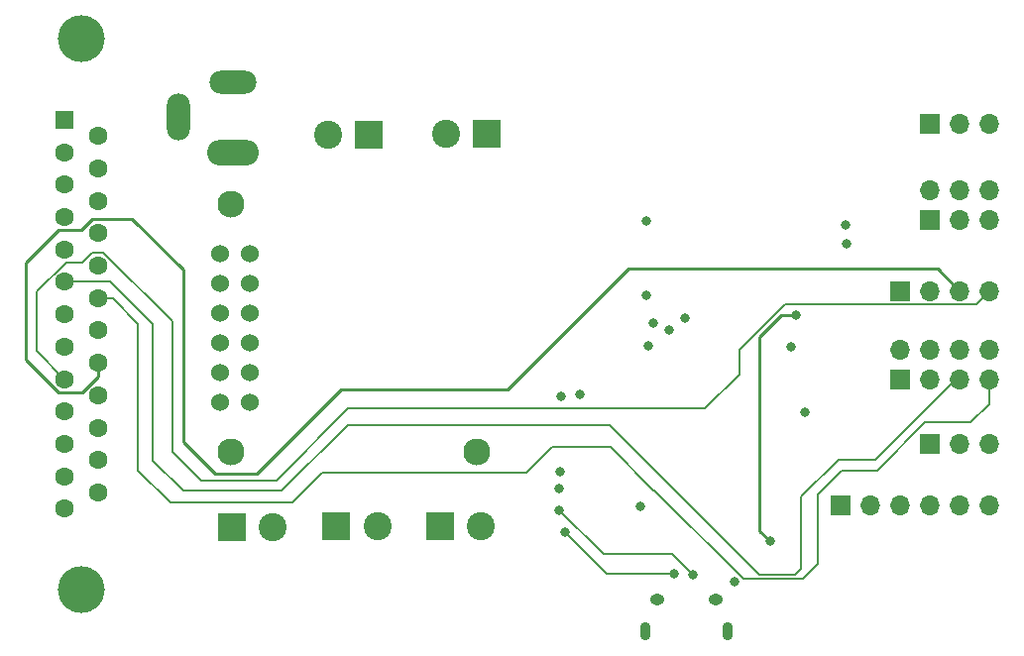
<source format=gbr>
%TF.GenerationSoftware,KiCad,Pcbnew,(6.0.0-0)*%
%TF.CreationDate,2022-09-25T22:14:02-04:00*%
%TF.ProjectId,Dome_Controller,446f6d65-5f43-46f6-9e74-726f6c6c6572,rev?*%
%TF.SameCoordinates,Original*%
%TF.FileFunction,Copper,L2,Inr*%
%TF.FilePolarity,Positive*%
%FSLAX46Y46*%
G04 Gerber Fmt 4.6, Leading zero omitted, Abs format (unit mm)*
G04 Created by KiCad (PCBNEW (6.0.0-0)) date 2022-09-25 22:14:02*
%MOMM*%
%LPD*%
G01*
G04 APERTURE LIST*
%TA.AperFunction,ComponentPad*%
%ADD10R,1.600000X1.600000*%
%TD*%
%TA.AperFunction,ComponentPad*%
%ADD11C,1.600000*%
%TD*%
%TA.AperFunction,ComponentPad*%
%ADD12C,4.000000*%
%TD*%
%TA.AperFunction,ComponentPad*%
%ADD13O,2.000000X4.000000*%
%TD*%
%TA.AperFunction,ComponentPad*%
%ADD14O,4.000000X2.000000*%
%TD*%
%TA.AperFunction,ComponentPad*%
%ADD15O,4.400000X2.200000*%
%TD*%
%TA.AperFunction,ComponentPad*%
%ADD16O,1.700000X1.700000*%
%TD*%
%TA.AperFunction,ComponentPad*%
%ADD17R,1.700000X1.700000*%
%TD*%
%TA.AperFunction,ComponentPad*%
%ADD18R,2.400000X2.400000*%
%TD*%
%TA.AperFunction,ComponentPad*%
%ADD19C,2.400000*%
%TD*%
%TA.AperFunction,ComponentPad*%
%ADD20O,0.890000X1.550000*%
%TD*%
%TA.AperFunction,ComponentPad*%
%ADD21O,1.250000X0.950000*%
%TD*%
%TA.AperFunction,ComponentPad*%
%ADD22C,1.524000*%
%TD*%
%TA.AperFunction,ComponentPad*%
%ADD23C,2.300000*%
%TD*%
%TA.AperFunction,ViaPad*%
%ADD24C,0.800000*%
%TD*%
%TA.AperFunction,Conductor*%
%ADD25C,0.254000*%
%TD*%
%TA.AperFunction,Conductor*%
%ADD26C,0.200000*%
%TD*%
G04 APERTURE END LIST*
D10*
%TO.N,+12V*%
%TO.C,J13*%
X61790000Y-64740000D03*
D11*
X61790000Y-67510000D03*
%TO.N,GND*%
X61790000Y-70280000D03*
X61790000Y-73050000D03*
%TO.N,+5V*%
X61790000Y-75820000D03*
%TO.N,SR_I2C_CLK*%
X61790000Y-78590000D03*
%TO.N,unconnected-(J13-Pad7)*%
X61790000Y-81360000D03*
%TO.N,GND*%
X61790000Y-84130000D03*
%TO.N,SR_SER_RX*%
X61790000Y-86900000D03*
%TO.N,GND*%
X61790000Y-89670000D03*
X61790000Y-92440000D03*
%TO.N,+12V*%
X61790000Y-95210000D03*
X61790000Y-97980000D03*
X64630000Y-66125000D03*
X64630000Y-68895000D03*
%TO.N,GND*%
X64630000Y-71665000D03*
X64630000Y-74435000D03*
X64630000Y-77205000D03*
%TO.N,SR_I2C_DATA*%
X64630000Y-79975000D03*
%TO.N,+5V*%
X64630000Y-82745000D03*
%TO.N,SR_SER_TX*%
X64630000Y-85515000D03*
%TO.N,GND*%
X64630000Y-88285000D03*
X64630000Y-91055000D03*
%TO.N,+12V*%
X64630000Y-93825000D03*
X64630000Y-96595000D03*
D12*
%TO.N,unconnected-(J13-Pad0)*%
X63210000Y-104910000D03*
X63210000Y-57810000D03*
%TD*%
D13*
%TO.N,GND*%
%TO.C,J14*%
X71485000Y-64515000D03*
D14*
X76185000Y-61515000D03*
D15*
%TO.N,+12V*%
X76185000Y-67515000D03*
%TD*%
D16*
%TO.N,SR_SER_RX*%
%TO.C,J12*%
X140760000Y-79395000D03*
%TO.N,SR_SER_TX*%
X138220000Y-79395000D03*
%TO.N,GND*%
X135680000Y-79395000D03*
D17*
%TO.N,+5V*%
X133140000Y-79395000D03*
%TD*%
D16*
%TO.N,SR_I2C_DATA*%
%TO.C,J11*%
X140730000Y-84415000D03*
X140730000Y-86955000D03*
%TO.N,SR_I2C_CLK*%
X138190000Y-84415000D03*
X138190000Y-86955000D03*
%TO.N,GND*%
X135650000Y-84415000D03*
X135650000Y-86955000D03*
%TO.N,+5V*%
X133110000Y-84415000D03*
D17*
X133110000Y-86955000D03*
%TD*%
D18*
%TO.N,GND*%
%TO.C,J5*%
X87780000Y-66000000D03*
D19*
%TO.N,+12V*%
X84280000Y-66000000D03*
%TD*%
%TO.N,+5V*%
%TO.C,J8*%
X88480000Y-99510000D03*
D18*
%TO.N,GND*%
X84980000Y-99510000D03*
%TD*%
D20*
%TO.N,unconnected-(J1-Pad6)*%
%TO.C,J1*%
X118400000Y-108450000D03*
D21*
X117400000Y-105750000D03*
X112400000Y-105750000D03*
D20*
X111400000Y-108450000D03*
%TD*%
D18*
%TO.N,GND*%
%TO.C,J9*%
X93850000Y-99510000D03*
D19*
%TO.N,+5V*%
X97350000Y-99510000D03*
%TD*%
D16*
%TO.N,TX_HP*%
%TO.C,J3*%
X140770000Y-70800000D03*
%TO.N,TX_RS*%
X140770000Y-73340000D03*
%TO.N,RX_HP*%
X138230000Y-70800000D03*
%TO.N,RX_RS*%
X138230000Y-73340000D03*
%TO.N,GND*%
X135690000Y-70800000D03*
D17*
X135690000Y-73340000D03*
%TD*%
%TO.N,GND*%
%TO.C,J2*%
X128040000Y-97700000D03*
D16*
%TO.N,unconnected-(J2-Pad2)*%
X130580000Y-97700000D03*
%TO.N,SCL*%
X133120000Y-97700000D03*
%TO.N,SDA*%
X135660000Y-97700000D03*
%TO.N,+3.3V*%
X138200000Y-97700000D03*
%TO.N,+5V*%
X140740000Y-97700000D03*
%TD*%
%TO.N,CL_D*%
%TO.C,J4*%
X140770000Y-92450000D03*
%TO.N,+5V*%
X138230000Y-92450000D03*
D17*
%TO.N,GND*%
X135690000Y-92450000D03*
%TD*%
D16*
%TO.N,TX_FU*%
%TO.C,J10*%
X140770000Y-65070000D03*
%TO.N,RX_FU*%
X138230000Y-65070000D03*
D17*
%TO.N,GND*%
X135690000Y-65070000D03*
%TD*%
D19*
%TO.N,+5V*%
%TO.C,J7*%
X79520000Y-99590000D03*
D18*
%TO.N,GND*%
X76020000Y-99590000D03*
%TD*%
D22*
%TO.N,+5V*%
%TO.C,U6*%
X75035000Y-76185000D03*
%TO.N,GND*%
X75035000Y-78725000D03*
X75035000Y-81265000D03*
%TO.N,+12V*%
X75035000Y-83805000D03*
%TO.N,unconnected-(U6-Pad5)*%
X75035000Y-86345000D03*
%TO.N,unconnected-(U6-Pad6)*%
X75035000Y-88885000D03*
%TO.N,unconnected-(U6-Pad7)*%
X77575000Y-88885000D03*
%TO.N,unconnected-(U6-Pad8)*%
X77575000Y-86345000D03*
%TO.N,+12V*%
X77575000Y-83805000D03*
%TO.N,GND*%
X77575000Y-81265000D03*
X77575000Y-78725000D03*
%TO.N,+5V*%
X77575000Y-76185000D03*
D23*
%TO.N,N/C*%
X75965000Y-71935000D03*
X75965000Y-93135000D03*
X96965000Y-93135000D03*
%TD*%
D18*
%TO.N,GND*%
%TO.C,J6*%
X97850000Y-65930000D03*
D19*
%TO.N,+12V*%
X94350000Y-65930000D03*
%TD*%
D24*
%TO.N,RESET*%
X110930000Y-97800000D03*
X104200000Y-88360000D03*
%TO.N,GND*%
X105800000Y-88240000D03*
%TO.N,RESET*%
X111470000Y-73410000D03*
%TO.N,RX_FU*%
X114720000Y-81650000D03*
%TO.N,TX_FU*%
X113380000Y-82680000D03*
%TO.N,TX_HP*%
X123780000Y-84130000D03*
%TO.N,RX_HP*%
X125040000Y-89730000D03*
%TO.N,TX_RS*%
X112040000Y-82090000D03*
%TO.N,CL_D*%
X111630000Y-84080000D03*
%TO.N,D-*%
X104480000Y-99980000D03*
%TO.N,D+*%
X103990000Y-98090000D03*
X115400000Y-103600000D03*
%TO.N,D-*%
X113805000Y-103555000D03*
%TO.N,RXD0*%
X104100000Y-94780000D03*
%TO.N,TXD0*%
X104000000Y-96220000D03*
%TO.N,+5V*%
X118995000Y-104205000D03*
%TO.N,RX_RS*%
X111490000Y-79760000D03*
%TO.N,ST_LED_D*%
X124270000Y-81410000D03*
X122020000Y-100770000D03*
%TO.N,TXD0*%
X128480000Y-73690000D03*
%TO.N,RXD0*%
X128560000Y-75310000D03*
%TD*%
D25*
%TO.N,SR_SER_TX*%
X64630000Y-85515000D02*
X64630000Y-86646370D01*
X64630000Y-86646370D02*
X63249859Y-88026511D01*
X78150000Y-95000000D02*
X85340000Y-87810000D01*
X61236511Y-88026511D02*
X58460000Y-85250000D01*
X58460000Y-85250000D02*
X58460000Y-76920000D01*
X63249859Y-88026511D02*
X61236511Y-88026511D01*
X61203489Y-74176511D02*
X63193489Y-74176511D01*
X63193489Y-74176511D02*
X64140000Y-73230000D01*
X64140000Y-73230000D02*
X67550000Y-73230000D01*
X85340000Y-87810000D02*
X99630000Y-87810000D01*
X71900000Y-77580000D02*
X71900000Y-92250000D01*
X67550000Y-73230000D02*
X71900000Y-77580000D01*
X58460000Y-76920000D02*
X61203489Y-74176511D01*
X71900000Y-92250000D02*
X74650000Y-95000000D01*
X136315000Y-77490000D02*
X138220000Y-79395000D01*
X74650000Y-95000000D02*
X78150000Y-95000000D01*
X109950000Y-77490000D02*
X136315000Y-77490000D01*
X99630000Y-87810000D02*
X109950000Y-77490000D01*
D26*
%TO.N,SR_SER_RX*%
X61790000Y-86900000D02*
X59410000Y-84520000D01*
X59410000Y-84520000D02*
X59410000Y-79415056D01*
X61905545Y-76919511D02*
X63280489Y-76919511D01*
X59410000Y-79415056D02*
X61905545Y-76919511D01*
X63280489Y-76919511D02*
X64130000Y-76070000D01*
X64130000Y-76070000D02*
X65049944Y-76070000D01*
X65049944Y-76070000D02*
X70960000Y-81980056D01*
X70960000Y-81980056D02*
X70960000Y-93110000D01*
X70960000Y-93110000D02*
X73420000Y-95570000D01*
X73420000Y-95570000D02*
X79860000Y-95570000D01*
X79860000Y-95570000D02*
X86010000Y-89420000D01*
X86010000Y-89420000D02*
X116490000Y-89420000D01*
X116490000Y-89420000D02*
X119430000Y-86480000D01*
X119430000Y-86480000D02*
X119430000Y-84380330D01*
X123265819Y-80544511D02*
X139610489Y-80544511D01*
X119430000Y-84380330D02*
X123265819Y-80544511D01*
X139610489Y-80544511D02*
X140760000Y-79395000D01*
%TO.N,SR_I2C_DATA*%
X64630000Y-79975000D02*
X65875000Y-79975000D01*
X68060000Y-82160000D02*
X68060000Y-94700000D01*
X81230000Y-97420000D02*
X83760000Y-94890000D01*
X70780000Y-97420000D02*
X81230000Y-97420000D01*
X68060000Y-94700000D02*
X70780000Y-97420000D01*
X65875000Y-79975000D02*
X68060000Y-82160000D01*
X83760000Y-94890000D02*
X101170000Y-94890000D01*
X124790480Y-103989520D02*
X126100000Y-102680000D01*
X103380000Y-92680000D02*
X108380000Y-92680000D01*
X101170000Y-94890000D02*
X103380000Y-92680000D01*
X108380000Y-92680000D02*
X112080000Y-96380000D01*
X112080000Y-96380000D02*
X112159259Y-96380000D01*
X112159259Y-96380000D02*
X119768779Y-103989520D01*
X119768779Y-103989520D02*
X124790480Y-103989520D01*
X126100000Y-102680000D02*
X126100000Y-96740000D01*
X126100000Y-96740000D02*
X128150000Y-94690000D01*
X128150000Y-94690000D02*
X131150978Y-94690000D01*
X131150978Y-94690000D02*
X135240978Y-90600000D01*
X135240978Y-90600000D02*
X139150000Y-90600000D01*
X139150000Y-90600000D02*
X140730000Y-89020000D01*
X140730000Y-89020000D02*
X140730000Y-86955000D01*
%TO.N,SR_I2C_CLK*%
X138190000Y-86955000D02*
X137835000Y-86955000D01*
X127860000Y-93780000D02*
X124670000Y-96970000D01*
X124670000Y-96970000D02*
X124670000Y-103070000D01*
X131010000Y-93780000D02*
X127860000Y-93780000D01*
X108320000Y-90800000D02*
X85970000Y-90800000D01*
X137835000Y-86955000D02*
X131010000Y-93780000D01*
X124670000Y-103070000D02*
X124150000Y-103590000D01*
X124150000Y-103590000D02*
X121100000Y-103590000D01*
X116820000Y-99310000D02*
X116820000Y-99300000D01*
X121100000Y-103590000D02*
X116820000Y-99310000D01*
X116820000Y-99300000D02*
X108320000Y-90800000D01*
X85970000Y-90800000D02*
X80320000Y-96450000D01*
X80320000Y-96450000D02*
X71890000Y-96450000D01*
X69290000Y-82230000D02*
X65650000Y-78590000D01*
X65650000Y-78590000D02*
X61790000Y-78590000D01*
X71890000Y-96450000D02*
X69290000Y-93850000D01*
X69290000Y-93850000D02*
X69290000Y-82230000D01*
%TO.N,D+*%
X103990000Y-98090000D02*
X107770000Y-101870000D01*
X107770000Y-101870000D02*
X113670000Y-101870000D01*
X113670000Y-101870000D02*
X115400000Y-103600000D01*
%TO.N,D-*%
X113805000Y-103555000D02*
X108055000Y-103555000D01*
X108055000Y-103555000D02*
X104480000Y-99980000D01*
D25*
%TO.N,ST_LED_D*%
X121143520Y-99893520D02*
X121143520Y-83270000D01*
X123003520Y-81410000D02*
X124270000Y-81410000D01*
X121143520Y-83270000D02*
X123003520Y-81410000D01*
X122020000Y-100770000D02*
X121143520Y-99893520D01*
%TD*%
M02*

</source>
